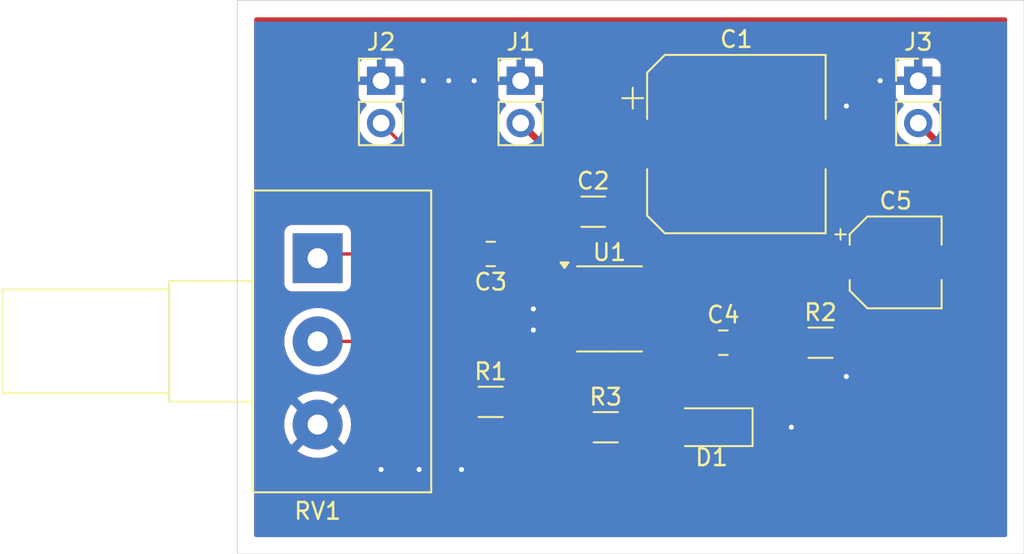
<source format=kicad_pcb>
(kicad_pcb (version 20240108) (generator "pcbnew") (generator_version "8.0")
  (layers (0 "F.Cu" signal) (31 "B.Cu" signal) (34 "B.Paste" user) (35 "F.Paste" user) (36 "B.SilkS" user "B.Silkscreen") (37 "F.SilkS" user "F.Silkscreen") (38 "B.Mask" user) (39 "F.Mask" user) (44 "Edge.Cuts" user))
  (net 0 "")
  (net 1 "GND")
  (net 2 "Net-(J1-Pin_2)")
  (net 3 "Net-(C2-Pad2)")
  (net 4 "Net-(C2-Pad1)")
  (net 5 "Net-(C3-Pad2)")
  (net 6 "Net-(J2-Pin_2)")
  (net 7 "Net-(C4-Pad2)")
  (net 8 "Net-(C4-Pad1)")
  (net 9 "Net-(J3-Pin_2)")
  (net 10 "Net-(D1-A)")
  (net 11 "Net-(U1-+)")
  (footprint "Capacitor_SMD:CP_Elec_10x10.5" (layer "F.Cu") (at 131.572 75.946)
    (property "Reference" "C1" (at 0 -6.3 0) (layer "F.SilkS"))
    (property "Value" "1000uF")
    (fp_line (start -6.85 -2.76) (end -5.6 -2.76) (stroke (width 0.12)) (layer "F.SilkS"))
    (fp_line (start -6.225 -3.385) (end -6.225 -2.135) (stroke (width 0.12)) (layer "F.SilkS"))
    (fp_line (start -5.36 -4.295563) (end -5.36 -1.51) (stroke (width 0.12)) (layer "F.SilkS"))
    (fp_line (start -5.36 -4.295563) (end -4.295563 -5.36) (stroke (width 0.12)) (layer "F.SilkS"))
    (fp_line (start -5.36 4.295563) (end -5.36 1.51) (stroke (width 0.12)) (layer "F.SilkS"))
    (fp_line (start -5.36 4.295563) (end -4.295563 5.36) (stroke (width 0.12)) (layer "F.SilkS"))
    (fp_line (start -4.295563 -5.36) (end 5.36 -5.36) (stroke (width 0.12)) (layer "F.SilkS"))
    (fp_line (start -4.295563 5.36) (end 5.36 5.36) (stroke (width 0.12)) (layer "F.SilkS"))
    (fp_line (start 5.36 -5.36) (end 5.36 -1.51) (stroke (width 0.12)) (layer "F.SilkS"))
    (fp_line (start 5.36 5.36) (end 5.36 1.51) (stroke (width 0.12)) (layer "F.SilkS"))
    (pad "1" smd roundrect (at -4.2 0) (size 4.4 2.5) (layers "F.Cu" "F.Paste" "F.Mask") (roundrect_rratio 0.1) (net 2 "Net-(J1-Pin_2)"))
    (pad "2" smd roundrect (at 4.2 0) (size 4.4 2.5) (layers "F.Cu" "F.Paste" "F.Mask") (roundrect_rratio 0.1) (net 1 "GND"))
  )
  (footprint "Connector_PinHeader_2.54mm:PinHeader_1x02_P2.54mm_Vertical" (layer "F.Cu") (at 118.618 72.141)
    (property "Reference" "J1" (at 0 -2.33 0) (layer "F.SilkS"))
    (property "Value" "Power 6 - 12 V")
    (fp_line (start -1.33 -1.33) (end 0 -1.33) (stroke (width 0.12)) (layer "F.SilkS"))
    (fp_line (start -1.33 0) (end -1.33 -1.33) (stroke (width 0.12)) (layer "F.SilkS"))
    (fp_line (start -1.33 1.27) (end -1.33 3.87) (stroke (width 0.12)) (layer "F.SilkS"))
    (fp_line (start -1.33 1.27) (end 1.33 1.27) (stroke (width 0.12)) (layer "F.SilkS"))
    (fp_line (start -1.33 3.87) (end 1.33 3.87) (stroke (width 0.12)) (layer "F.SilkS"))
    (fp_line (start 1.33 1.27) (end 1.33 3.87) (stroke (width 0.12)) (layer "F.SilkS"))
    (pad "1" thru_hole rect (at 0 0) (size 1.7 1.7) (drill 1) (layers "*.Cu" "*.Mask") (net 1 "GND"))
    (pad "2" thru_hole oval (at 0 2.54) (size 1.7 1.7) (drill 1) (layers "*.Cu" "*.Mask") (net 2 "Net-(J1-Pin_2)"))
  )
  (footprint "Connector_PinHeader_2.54mm:PinHeader_1x02_P2.54mm_Vertical" (layer "F.Cu") (at 142.494 72.141)
    (property "Reference" "J3" (at 0 -2.33 0) (layer "F.SilkS"))
    (property "Value" "Output")
    (fp_line (start -1.33 -1.33) (end 0 -1.33) (stroke (width 0.12)) (layer "F.SilkS"))
    (fp_line (start -1.33 0) (end -1.33 -1.33) (stroke (width 0.12)) (layer "F.SilkS"))
    (fp_line (start -1.33 1.27) (end -1.33 3.87) (stroke (width 0.12)) (layer "F.SilkS"))
    (fp_line (start -1.33 1.27) (end 1.33 1.27) (stroke (width 0.12)) (layer "F.SilkS"))
    (fp_line (start -1.33 3.87) (end 1.33 3.87) (stroke (width 0.12)) (layer "F.SilkS"))
    (fp_line (start 1.33 1.27) (end 1.33 3.87) (stroke (width 0.12)) (layer "F.SilkS"))
    (pad "1" thru_hole rect (at 0 0) (size 1.7 1.7) (drill 1) (layers "*.Cu" "*.Mask") (net 1 "GND"))
    (pad "2" thru_hole oval (at 0 2.54) (size 1.7 1.7) (drill 1) (layers "*.Cu" "*.Mask") (net 9 "Net-(J3-Pin_2)"))
  )
  (footprint "Capacitor_SMD:C_1206_3216Metric_Pad1.33x1.80mm_HandSolder" (layer "F.Cu") (at 122.9745 80.01)
    (property "Reference" "C2" (at 0 -1.85 0) (layer "F.SilkS"))
    (property "Value" "10uF")
    (fp_line (start -0.711252 -0.91) (end 0.711252 -0.91) (stroke (width 0.12)) (layer "F.SilkS"))
    (fp_line (start -0.711252 0.91) (end 0.711252 0.91) (stroke (width 0.12)) (layer "F.SilkS"))
    (pad "1" smd roundrect (at -1.5625 0) (size 1.325 1.8) (layers "F.Cu" "F.Paste" "F.Mask") (roundrect_rratio 0.188679) (net 4 "Net-(C2-Pad1)"))
    (pad "2" smd roundrect (at 1.5625 0) (size 1.325 1.8) (layers "F.Cu" "F.Paste" "F.Mask") (roundrect_rratio 0.188679) (net 3 "Net-(C2-Pad2)"))
  )
  (footprint "Capacitor_SMD:CP_Elec_5x5.4" (layer "F.Cu") (at 141.138 83.058)
    (property "Reference" "C5" (at 0 -3.7 0) (layer "F.SilkS"))
    (property "Value" "100uF")
    (fp_line (start -3.625 -1.685) (end -3 -1.685) (stroke (width 0.12)) (layer "F.SilkS"))
    (fp_line (start -3.3125 -1.9975) (end -3.3125 -1.3725) (stroke (width 0.12)) (layer "F.SilkS"))
    (fp_line (start -2.76 -1.695563) (end -2.76 -1.06) (stroke (width 0.12)) (layer "F.SilkS"))
    (fp_line (start -2.76 -1.695563) (end -1.695563 -2.76) (stroke (width 0.12)) (layer "F.SilkS"))
    (fp_line (start -2.76 1.695563) (end -2.76 1.06) (stroke (width 0.12)) (layer "F.SilkS"))
    (fp_line (start -2.76 1.695563) (end -1.695563 2.76) (stroke (width 0.12)) (layer "F.SilkS"))
    (fp_line (start -1.695563 -2.76) (end 2.76 -2.76) (stroke (width 0.12)) (layer "F.SilkS"))
    (fp_line (start -1.695563 2.76) (end 2.76 2.76) (stroke (width 0.12)) (layer "F.SilkS"))
    (fp_line (start 2.76 -2.76) (end 2.76 -1.06) (stroke (width 0.12)) (layer "F.SilkS"))
    (fp_line (start 2.76 2.76) (end 2.76 1.06) (stroke (width 0.12)) (layer "F.SilkS"))
    (pad "1" smd roundrect (at -2.2 0) (size 3 1.6) (layers "F.Cu" "F.Paste" "F.Mask") (roundrect_rratio 0.15625) (net 8 "Net-(C4-Pad1)"))
    (pad "2" smd roundrect (at 2.2 0) (size 3 1.6) (layers "F.Cu" "F.Paste" "F.Mask") (roundrect_rratio 0.15625) (net 9 "Net-(J3-Pin_2)"))
  )
  (footprint "Resistor_SMD:R_1206_3216Metric_Pad1.30x1.75mm_HandSolder" (layer "F.Cu") (at 136.626 87.884)
    (property "Reference" "R2" (at 0 -1.82 0) (layer "F.SilkS"))
    (property "Value" "4R7")
    (fp_line (start -0.727064 -0.91) (end 0.727064 -0.91) (stroke (width 0.12)) (layer "F.SilkS"))
    (fp_line (start -0.727064 0.91) (end 0.727064 0.91) (stroke (width 0.12)) (layer "F.SilkS"))
    (pad "1" smd roundrect (at -1.55 0) (size 1.3 1.75) (layers "F.Cu" "F.Paste" "F.Mask") (roundrect_rratio 0.192308) (net 7 "Net-(C4-Pad2)"))
    (pad "2" smd roundrect (at 1.55 0) (size 1.3 1.75) (layers "F.Cu" "F.Paste" "F.Mask") (roundrect_rratio 0.192308) (net 1 "GND"))
  )
  (footprint "Package_SO:SOIC-8_3.9x4.9mm_P1.27mm" (layer "F.Cu") (at 123.952 85.852)
    (property "Reference" "U1" (at 0 -3.4 0) (layer "F.SilkS"))
    (property "Value" "LM386")
    (fp_line (start 0 -2.56) (end -1.95 -2.56) (stroke (width 0.12)) (layer "F.SilkS"))
    (fp_line (start 0 -2.56) (end 1.95 -2.56) (stroke (width 0.12)) (layer "F.SilkS"))
    (fp_line (start 0 2.56) (end -1.95 2.56) (stroke (width 0.12)) (layer "F.SilkS"))
    (fp_line (start 0 2.56) (end 1.95 2.56) (stroke (width 0.12)) (layer "F.SilkS"))
    (fp_poly (pts (xy -2.7 -2.465) (xy -2.94 -2.795) (xy -2.46 -2.795) (xy -2.7 -2.465)) (stroke (width 0.12)) (fill solid) (layer "F.SilkS"))
    (pad "1" smd roundrect (at -2.475 -1.905) (size 1.95 0.6) (layers "F.Cu" "F.Paste" "F.Mask") (net 4 "Net-(C2-Pad1)"))
    (pad "2" smd roundrect (at -2.475 -0.635) (size 1.95 0.6) (layers "F.Cu" "F.Paste" "F.Mask") (net 1 "GND"))
    (pad "3" smd roundrect (at -2.475 0.635) (size 1.95 0.6) (layers "F.Cu" "F.Paste" "F.Mask") (net 11 "Net-(U1-+)"))
    (pad "4" smd roundrect (at -2.475 1.905) (size 1.95 0.6) (layers "F.Cu" "F.Paste" "F.Mask") (net 1 "GND"))
    (pad "5" smd roundrect (at 2.475 1.905) (size 1.95 0.6) (layers "F.Cu" "F.Paste" "F.Mask") (net 8 "Net-(C4-Pad1)"))
    (pad "6" smd roundrect (at 2.475 0.635) (size 1.95 0.6) (layers "F.Cu" "F.Paste" "F.Mask") (net 2 "Net-(J1-Pin_2)"))
    (pad "7" smd roundrect (at 2.475 -0.635) (size 1.95 0.6) (layers "F.Cu" "F.Paste" "F.Mask"))
    (pad "8" smd roundrect (at 2.475 -1.905) (size 1.95 0.6) (layers "F.Cu" "F.Paste" "F.Mask") (net 3 "Net-(C2-Pad2)"))
  )
  (footprint "Potentiometer_THT:Potentiometer_Alps_RK163_Single_Horizontal" (layer "F.Cu") (at 106.426 82.804)
    (property "Reference" "RV1" (at 0 15.2 180) (layer "F.SilkS"))
    (property "Value" "100k")
    (fp_line (start -18.92 8.12) (end -18.92 1.88) (stroke (width 0.12)) (layer "F.SilkS"))
    (fp_line (start -8.92 1.88) (end -18.92 1.88) (stroke (width 0.12)) (layer "F.SilkS"))
    (fp_line (start -8.92 8.12) (end -18.92 8.12) (stroke (width 0.12)) (layer "F.SilkS"))
    (fp_line (start -8.92 8.62) (end -8.92 1.38) (stroke (width 0.12)) (layer "F.SilkS"))
    (fp_line (start -3.92 1.38) (end -8.92 1.38) (stroke (width 0.12)) (layer "F.SilkS"))
    (fp_line (start -3.92 8.62) (end -8.92 8.62) (stroke (width 0.12)) (layer "F.SilkS"))
    (fp_line (start -3.92 14.07) (end -3.92 -4.07) (stroke (width 0.12)) (layer "F.SilkS"))
    (fp_line (start 6.82 -4.07) (end -3.92 -4.07) (stroke (width 0.12)) (layer "F.SilkS"))
    (fp_line (start 6.82 14.07) (end -3.92 14.07) (stroke (width 0.12)) (layer "F.SilkS"))
    (fp_line (start 6.82 14.07) (end 6.82 -4.07) (stroke (width 0.12)) (layer "F.SilkS"))
    (pad "1" thru_hole rect (at 0 0 180) (size 3 3) (drill 1.2) (layers "*.Cu" "*.Mask") (net 5 "Net-(C3-Pad2)"))
    (pad "2" thru_hole circle (at 0 5 180) (size 3 3) (drill 1.2) (layers "*.Cu" "*.Mask") (net 11 "Net-(U1-+)"))
    (pad "3" thru_hole circle (at 0 10 180) (size 3 3) (drill 1.2) (layers "*.Cu" "*.Mask") (net 1 "GND"))
  )
  (footprint "Connector_PinHeader_2.54mm:PinHeader_1x02_P2.54mm_Vertical" (layer "F.Cu") (at 110.236 72.141)
    (property "Reference" "J2" (at 0 -2.33 0) (layer "F.SilkS"))
    (property "Value" "Input")
    (fp_line (start -1.33 -1.33) (end 0 -1.33) (stroke (width 0.12)) (layer "F.SilkS"))
    (fp_line (start -1.33 0) (end -1.33 -1.33) (stroke (width 0.12)) (layer "F.SilkS"))
    (fp_line (start -1.33 1.27) (end -1.33 3.87) (stroke (width 0.12)) (layer "F.SilkS"))
    (fp_line (start -1.33 1.27) (end 1.33 1.27) (stroke (width 0.12)) (layer "F.SilkS"))
    (fp_line (start -1.33 3.87) (end 1.33 3.87) (stroke (width 0.12)) (layer "F.SilkS"))
    (fp_line (start 1.33 1.27) (end 1.33 3.87) (stroke (width 0.12)) (layer "F.SilkS"))
    (pad "1" thru_hole rect (at 0 0) (size 1.7 1.7) (drill 1) (layers "*.Cu" "*.Mask") (net 1 "GND"))
    (pad "2" thru_hole oval (at 0 2.54) (size 1.7 1.7) (drill 1) (layers "*.Cu" "*.Mask") (net 6 "Net-(J2-Pin_2)"))
  )
  (footprint "Resistor_SMD:R_1206_3216Metric_Pad1.30x1.75mm_HandSolder" (layer "F.Cu") (at 123.724 92.964)
    (property "Reference" "R3" (at 0 -1.82 0) (layer "F.SilkS"))
    (property "Value" "4k7")
    (fp_line (start -0.727064 -0.91) (end 0.727064 -0.91) (stroke (width 0.12)) (layer "F.SilkS"))
    (fp_line (start -0.727064 0.91) (end 0.727064 0.91) (stroke (width 0.12)) (layer "F.SilkS"))
    (pad "1" smd roundrect (at -1.55 0) (size 1.3 1.75) (layers "F.Cu" "F.Paste" "F.Mask") (roundrect_rratio 0.192308) (net 2 "Net-(J1-Pin_2)"))
    (pad "2" smd roundrect (at 1.55 0) (size 1.3 1.75) (layers "F.Cu" "F.Paste" "F.Mask") (roundrect_rratio 0.192308) (net 10 "Net-(D1-A)"))
  )
  (footprint "LED_SMD:LED_1206_3216Metric_Pad1.42x1.75mm_HandSolder" (layer "F.Cu") (at 130.0845 92.964 180)
    (property "Reference" "D1" (at 0 -1.82 180) (layer "F.SilkS"))
    (property "Value" "LED")
    (fp_line (start 1.6 -1.135) (end -2.46 -1.135) (stroke (width 0.12)) (layer "F.SilkS"))
    (fp_line (start -2.46 1.135) (end 1.6 1.135) (stroke (width 0.12)) (layer "F.SilkS"))
    (fp_line (start -2.46 -1.135) (end -2.46 1.135) (stroke (width 0.12)) (layer "F.SilkS"))
    (pad "1" smd roundrect (at -1.4875 0 180) (size 1.425 1.75) (layers "F.Cu" "F.Paste" "F.Mask") (roundrect_rratio 0.175439) (net 1 "GND"))
    (pad "2" smd roundrect (at 1.4875 0 180) (size 1.425 1.75) (layers "F.Cu" "F.Paste" "F.Mask") (roundrect_rratio 0.175439) (net 10 "Net-(D1-A)"))
  )
  (footprint "Capacitor_SMD:C_0805_2012Metric_Pad1.18x1.45mm_HandSolder" (layer "F.Cu") (at 116.8185 82.55 180)
    (property "Reference" "C3" (at 0 -1.68 180) (layer "F.SilkS"))
    (property "Value" "100nF")
    (fp_line (start -0.261252 0.735) (end 0.261252 0.735) (stroke (width 0.12)) (layer "F.SilkS"))
    (fp_line (start -0.261252 -0.735) (end 0.261252 -0.735) (stroke (width 0.12)) (layer "F.SilkS"))
    (pad "1" smd roundrect (at -1.0375 0 180) (size 1.175 1.45) (layers "F.Cu" "F.Paste" "F.Mask") (roundrect_rratio 0.212766) (net 6 "Net-(J2-Pin_2)"))
    (pad "2" smd roundrect (at 1.0375 0 180) (size 1.175 1.45) (layers "F.Cu" "F.Paste" "F.Mask") (roundrect_rratio 0.212766) (net 5 "Net-(C3-Pad2)"))
  )
  (footprint "Resistor_SMD:R_1206_3216Metric_Pad1.30x1.75mm_HandSolder" (layer "F.Cu") (at 116.814 91.44)
    (property "Reference" "R1" (at 0 -1.82 0) (layer "F.SilkS"))
    (property "Value" "4k7")
    (fp_line (start -0.727064 -0.91) (end 0.727064 -0.91) (stroke (width 0.12)) (layer "F.SilkS"))
    (fp_line (start -0.727064 0.91) (end 0.727064 0.91) (stroke (width 0.12)) (layer "F.SilkS"))
    (pad "1" smd roundrect (at -1.55 0) (size 1.3 1.75) (layers "F.Cu" "F.Paste" "F.Mask") (roundrect_rratio 0.192308) (net 11 "Net-(U1-+)"))
    (pad "2" smd roundrect (at 1.55 0) (size 1.3 1.75) (layers "F.Cu" "F.Paste" "F.Mask") (roundrect_rratio 0.192308) (net 1 "GND"))
  )
  (footprint "Capacitor_SMD:C_0805_2012Metric_Pad1.18x1.45mm_HandSolder" (layer "F.Cu") (at 130.7885 87.884)
    (property "Reference" "C4" (at 0 -1.68 0) (layer "F.SilkS"))
    (property "Value" "100nF")
    (fp_line (start -0.261252 -0.735) (end 0.261252 -0.735) (stroke (width 0.12)) (layer "F.SilkS"))
    (fp_line (start -0.261252 0.735) (end 0.261252 0.735) (stroke (width 0.12)) (layer "F.SilkS"))
    (pad "1" smd roundrect (at -1.0375 0) (size 1.175 1.45) (layers "F.Cu" "F.Paste" "F.Mask") (roundrect_rratio 0.212766) (net 8 "Net-(C4-Pad1)"))
    (pad "2" smd roundrect (at 1.0375 0) (size 1.175 1.45) (layers "F.Cu" "F.Paste" "F.Mask") (roundrect_rratio 0.212766) (net 7 "Net-(C4-Pad2)"))
  )
  (gr_rect (start 101.6 67.31) (end 148.844 100.584) (stroke (width 0.05)) (fill none) (layer "Edge.Cuts"))
  (segment (start 139.954 72.136) (end 139.959 72.141) (width 0.2) (layer "F.Cu") (net 1))
  (segment (start 138.058 73.66) (end 138.176 73.66) (width 0.6) (layer "F.Cu") (net 1))
  (segment (start 112.771 72.141) (end 112.776 72.136) (width 0.6) (layer "F.Cu") (net 1))
  (segment (start 140.208 72.136) (end 140.213 72.141) (width 0.6) (layer "F.Cu") (net 1))
  (segment (start 140.203 72.141) (end 140.208 72.136) (width 0.6) (layer "F.Cu") (net 1))
  (segment (start 115.824 72.136) (end 115.829 72.141) (width 0.6) (layer "F.Cu") (net 1))
  (segment (start 112.776 72.136) (end 112.781 72.141) (width 0.6) (layer "F.Cu") (net 1))
  (segment (start 138.176 73.66) (end 138.176 73.542) (width 0.6) (layer "F.Cu") (net 1))
  (segment (start 114.295 72.141) (end 114.3 72.136) (width 0.6) (layer "F.Cu") (net 1))
  (segment (start 114.3 72.136) (end 114.305 72.141) (width 0.6) (layer "F.Cu") (net 1))
  (segment (start 115.819 72.141) (end 115.824 72.136) (width 0.6) (layer "F.Cu") (net 1))
  (via (at 110.236 95.504) (size 0.6) (drill 0.3) (layers "F.Cu" "B.Cu") (net 1))
  (via (at 119.38 85.852) (size 0.6) (drill 0.3) (layers "F.Cu" "B.Cu") (net 1))
  (via (at 112.776 72.136) (size 0.6) (drill 0.3) (layers "F.Cu" "B.Cu") (net 1))
  (via (at 119.38 87.122) (size 0.6) (drill 0.3) (layers "F.Cu" "B.Cu") (net 1))
  (via (at 138.176 89.916) (size 0.6) (drill 0.3) (layers "F.Cu" "B.Cu") (net 1))
  (via (at 140.208 72.136) (size 0.6) (drill 0.3) (layers "F.Cu" "B.Cu") (net 1))
  (via (at 115.062 95.504) (size 0.6) (drill 0.3) (layers "F.Cu" "B.Cu") (net 1))
  (via (at 115.824 72.136) (size 0.6) (drill 0.3) (layers "F.Cu" "B.Cu") (net 1))
  (via (at 112.522 95.504) (size 0.6) (drill 0.3) (layers "F.Cu" "B.Cu") (net 1))
  (via (at 138.176 73.66) (size 0.6) (drill 0.3) (layers "F.Cu" "B.Cu") (net 1))
  (via (at 134.874 92.964) (size 0.6) (drill 0.3) (layers "F.Cu" "B.Cu") (net 1))
  (via (at 114.3 72.136) (size 0.6) (drill 0.3) (layers "F.Cu" "B.Cu") (net 1))
  (segment (start 119.883 75.946) (end 127.372 75.946) (width 0.4) (layer "F.Cu") (net 2))
  (segment (start 122.174 92.964) (end 122.174 90.678) (width 0.2) (layer "F.Cu") (net 2))
  (segment (start 118.618 74.681) (end 119.883 75.946) (width 0.4) (layer "F.Cu") (net 2))
  (segment (start 128.27 80.772) (end 128.27 76.844) (width 0.4) (layer "F.Cu") (net 2))
  (segment (start 122.174 90.678) (end 123.952 88.9) (width 0.2) (layer "F.Cu") (net 2))
  (segment (start 123.952 88.9) (end 123.952 87.987001) (width 0.2) (layer "F.Cu") (net 2))
  (segment (start 123.952 87.987001) (end 125.452001 86.487) (width 0.2) (layer "F.Cu") (net 2))
  (segment (start 128.27 76.844) (end 127.372 75.946) (width 0.2) (layer "F.Cu") (net 2))
  (segment (start 125.452001 86.487) (end 126.427 86.487) (width 0.2) (layer "F.Cu") (net 2))
  (segment (start 126.427 86.487) (end 127.127 86.487) (width 0.2) (layer "F.Cu") (net 2))
  (segment (start 127.127 86.487) (end 128.27 85.344) (width 0.4) (layer "F.Cu") (net 2))
  (segment (start 128.27 85.344) (end 128.27 80.772) (width 0.4) (layer "F.Cu") (net 2))
  (segment (start 125.984 81.457) (end 125.984 82.426) (width 0.2) (layer "F.Cu") (net 3))
  (segment (start 125.984 82.426) (end 126.427 82.869) (width 0.2) (layer "F.Cu") (net 3))
  (segment (start 124.537 80.01) (end 125.984 81.457) (width 0.2) (layer "F.Cu") (net 3))
  (segment (start 126.427 82.869) (end 126.427 83.947) (width 0.2) (layer "F.Cu") (net 3))
  (segment (start 121.477 80.075) (end 121.412 80.01) (width 0.2) (layer "F.Cu") (net 4))
  (segment (start 121.477 83.947) (end 121.477 80.075) (width 0.2) (layer "F.Cu") (net 4))
  (segment (start 115.781 82.55) (end 106.68 82.55) (width 0.2) (layer "F.Cu") (net 5))
  (segment (start 106.68 82.55) (end 106.426 82.804) (width 0.2) (layer "F.Cu") (net 5))
  (segment (start 110.236 74.681) (end 114.549 78.994) (width 0.2) (layer "F.Cu") (net 6))
  (segment (start 117.856 80.518) (end 117.856 82.55) (width 0.2) (layer "F.Cu") (net 6))
  (segment (start 116.332 78.994) (end 117.856 80.518) (width 0.2) (layer "F.Cu") (net 6))
  (segment (start 114.549 78.994) (end 116.332 78.994) (width 0.2) (layer "F.Cu") (net 6))
  (segment (start 131.826 87.884) (end 135.076 87.884) (width 0.2) (layer "F.Cu") (net 7))
  (segment (start 129.624 87.757) (end 129.751 87.884) (width 0.2) (layer "F.Cu") (net 8))
  (segment (start 129.751 86.657) (end 133.35 83.058) (width 0.4) (layer "F.Cu") (net 8))
  (segment (start 133.35 83.058) (end 138.938 83.058) (width 0.4) (layer "F.Cu") (net 8))
  (segment (start 129.751 87.884) (end 129.751 86.657) (width 0.4) (layer "F.Cu") (net 8))
  (segment (start 126.427 87.757) (end 129.624 87.757) (width 0.4) (layer "F.Cu") (net 8))
  (segment (start 144.526 76.708) (end 144.521 76.708) (width 0.2) (layer "F.Cu") (net 9))
  (segment (start 143.338 83.058) (end 144.526 81.87) (width 0.4) (layer "F.Cu") (net 9))
  (segment (start 144.521 76.708) (end 142.494 74.681) (width 0.4) (layer "F.Cu") (net 9))
  (segment (start 144.526 81.87) (end 144.526 76.708) (width 0.4) (layer "F.Cu") (net 9))
  (segment (start 125.274 92.964) (end 128.597 92.964) (width 0.2) (layer "F.Cu") (net 10))
  (segment (start 115.132 87.804) (end 115.264 87.936) (width 0.2) (layer "F.Cu") (net 11))
  (segment (start 116.713 86.487) (end 115.264 87.936) (width 0.2) (layer "F.Cu") (net 11))
  (segment (start 121.477 86.487) (end 116.713 86.487) (width 0.2) (layer "F.Cu") (net 11))
  (segment (start 106.426 87.804) (end 115.132 87.804) (width 0.2) (layer "F.Cu") (net 11))
  (segment (start 115.264 87.936) (end 115.264 91.44) (width 0.2) (layer "F.Cu") (net 11))
  (zone (net 1) (net_name "GND") (layer "F.Cu") (priority 1) (connect_pads (clearance 0.5)) (min_thickness 0.25) (fill yes (thermal_gap 0.5) (thermal_bridge_width 0.5))
    (polygon (pts (xy 102.616 68.326) (xy 147.828 68.326) (xy 147.828 99.568) (xy 102.616 99.568)))
  )
  (zone (net 1) (net_name "GND") (layer "B.Cu") (connect_pads (clearance 0.5)) (min_thickness 0.25) (fill yes (thermal_gap 0.5) (thermal_bridge_width 0.5))
    (polygon (pts (xy 102.616 68.58) (xy 147.828 68.58) (xy 147.828 99.568) (xy 102.616 99.568)))
  )
)
</source>
